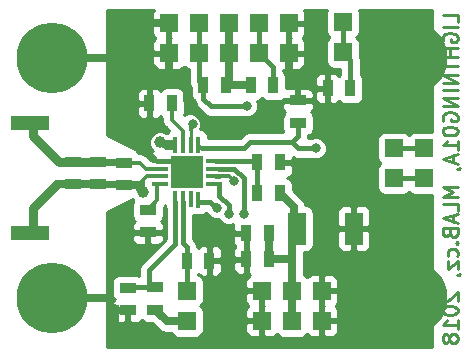
<source format=gbr>
%TF.GenerationSoftware,KiCad,Pcbnew,6.0.11+dfsg-1~bpo11+1*%
%TF.CreationDate,2023-05-26T10:03:09+00:00*%
%TF.ProjectId,LIGHTNING01,4c494748-544e-4494-9e47-30312e6b6963,01A*%
%TF.SameCoordinates,Original*%
%TF.FileFunction,Copper,L2,Bot*%
%TF.FilePolarity,Positive*%
%FSLAX46Y46*%
G04 Gerber Fmt 4.6, Leading zero omitted, Abs format (unit mm)*
G04 Created by KiCad (PCBNEW 6.0.11+dfsg-1~bpo11+1) date 2023-05-26 10:03:09*
%MOMM*%
%LPD*%
G01*
G04 APERTURE LIST*
%ADD10C,0.250000*%
%TA.AperFunction,NonConductor*%
%ADD11C,0.250000*%
%TD*%
%TA.AperFunction,ComponentPad*%
%ADD12C,6.000000*%
%TD*%
%TA.AperFunction,ComponentPad*%
%ADD13R,1.524000X1.524000*%
%TD*%
%TA.AperFunction,SMDPad,CuDef*%
%ADD14R,1.397000X0.889000*%
%TD*%
%TA.AperFunction,SMDPad,CuDef*%
%ADD15R,0.889000X1.397000*%
%TD*%
%TA.AperFunction,SMDPad,CuDef*%
%ADD16R,3.200000X1.300000*%
%TD*%
%TA.AperFunction,SMDPad,CuDef*%
%ADD17R,1.501140X2.700020*%
%TD*%
%TA.AperFunction,SMDPad,CuDef*%
%ADD18R,1.400000X0.400000*%
%TD*%
%TA.AperFunction,SMDPad,CuDef*%
%ADD19R,0.400000X1.400000*%
%TD*%
%TA.AperFunction,SMDPad,CuDef*%
%ADD20R,2.700000X2.700000*%
%TD*%
%TA.AperFunction,ViaPad*%
%ADD21C,1.000000*%
%TD*%
%TA.AperFunction,ViaPad*%
%ADD22C,0.800000*%
%TD*%
%TA.AperFunction,Conductor*%
%ADD23C,0.350000*%
%TD*%
%TA.AperFunction,Conductor*%
%ADD24C,0.700000*%
%TD*%
%TA.AperFunction,Conductor*%
%ADD25C,0.250000*%
%TD*%
%TA.AperFunction,Conductor*%
%ADD26C,0.400000*%
%TD*%
%TA.AperFunction,Conductor*%
%ADD27C,0.800000*%
%TD*%
%TA.AperFunction,Conductor*%
%ADD28C,0.300000*%
%TD*%
%TA.AperFunction,Conductor*%
%ADD29C,0.600000*%
%TD*%
%TA.AperFunction,Conductor*%
%ADD30C,0.450000*%
%TD*%
%TA.AperFunction,Conductor*%
%ADD31C,0.254000*%
%TD*%
G04 APERTURE END LIST*
D10*
D11*
X39450095Y28513810D02*
X39450095Y29109048D01*
X38150095Y29109048D01*
X39450095Y28097143D02*
X38150095Y28097143D01*
X38212000Y26847143D02*
X38150095Y26966191D01*
X38150095Y27144762D01*
X38212000Y27323334D01*
X38335809Y27442381D01*
X38459619Y27501905D01*
X38707238Y27561429D01*
X38892952Y27561429D01*
X39140571Y27501905D01*
X39264380Y27442381D01*
X39388190Y27323334D01*
X39450095Y27144762D01*
X39450095Y27025715D01*
X39388190Y26847143D01*
X39326285Y26787620D01*
X38892952Y26787620D01*
X38892952Y27025715D01*
X39450095Y26251905D02*
X38150095Y26251905D01*
X38769142Y26251905D02*
X38769142Y25537620D01*
X39450095Y25537620D02*
X38150095Y25537620D01*
X38150095Y25120953D02*
X38150095Y24406667D01*
X39450095Y24763810D02*
X38150095Y24763810D01*
X39450095Y23990000D02*
X38150095Y23990000D01*
X39450095Y23275715D01*
X38150095Y23275715D01*
X39450095Y22680477D02*
X38150095Y22680477D01*
X39450095Y22085239D02*
X38150095Y22085239D01*
X39450095Y21370953D01*
X38150095Y21370953D01*
X38212000Y20120953D02*
X38150095Y20240000D01*
X38150095Y20418572D01*
X38212000Y20597143D01*
X38335809Y20716191D01*
X38459619Y20775715D01*
X38707238Y20835239D01*
X38892952Y20835239D01*
X39140571Y20775715D01*
X39264380Y20716191D01*
X39388190Y20597143D01*
X39450095Y20418572D01*
X39450095Y20299524D01*
X39388190Y20120953D01*
X39326285Y20061429D01*
X38892952Y20061429D01*
X38892952Y20299524D01*
X38150095Y19287620D02*
X38150095Y19168572D01*
X38212000Y19049524D01*
X38273904Y18990000D01*
X38397714Y18930477D01*
X38645333Y18870953D01*
X38954857Y18870953D01*
X39202476Y18930477D01*
X39326285Y18990000D01*
X39388190Y19049524D01*
X39450095Y19168572D01*
X39450095Y19287620D01*
X39388190Y19406667D01*
X39326285Y19466191D01*
X39202476Y19525715D01*
X38954857Y19585239D01*
X38645333Y19585239D01*
X38397714Y19525715D01*
X38273904Y19466191D01*
X38212000Y19406667D01*
X38150095Y19287620D01*
X39450095Y17680477D02*
X39450095Y18394762D01*
X39450095Y18037620D02*
X38150095Y18037620D01*
X38335809Y18156667D01*
X38459619Y18275715D01*
X38521523Y18394762D01*
X39078666Y17204286D02*
X39078666Y16609048D01*
X39450095Y17323334D02*
X38150095Y16906667D01*
X39450095Y16490000D01*
X39388190Y16013810D02*
X39450095Y16013810D01*
X39573904Y16073334D01*
X39635809Y16132858D01*
X39450095Y14525715D02*
X38150095Y14525715D01*
X39078666Y14109048D01*
X38150095Y13692381D01*
X39450095Y13692381D01*
X39450095Y12501905D02*
X39450095Y13097143D01*
X38150095Y13097143D01*
X39078666Y12144762D02*
X39078666Y11549524D01*
X39450095Y12263810D02*
X38150095Y11847143D01*
X39450095Y11430477D01*
X38769142Y10597143D02*
X38831047Y10418572D01*
X38892952Y10359048D01*
X39016761Y10299524D01*
X39202476Y10299524D01*
X39326285Y10359048D01*
X39388190Y10418572D01*
X39450095Y10537620D01*
X39450095Y11013810D01*
X38150095Y11013810D01*
X38150095Y10597143D01*
X38212000Y10478096D01*
X38273904Y10418572D01*
X38397714Y10359048D01*
X38521523Y10359048D01*
X38645333Y10418572D01*
X38707238Y10478096D01*
X38769142Y10597143D01*
X38769142Y11013810D01*
X39326285Y9763810D02*
X39388190Y9704286D01*
X39450095Y9763810D01*
X39388190Y9823334D01*
X39326285Y9763810D01*
X39450095Y9763810D01*
X39388190Y8632858D02*
X39450095Y8751905D01*
X39450095Y8990001D01*
X39388190Y9109048D01*
X39326285Y9168572D01*
X39202476Y9228096D01*
X38831047Y9228096D01*
X38707238Y9168572D01*
X38645333Y9109048D01*
X38583428Y8990001D01*
X38583428Y8751905D01*
X38645333Y8632858D01*
X38583428Y8216191D02*
X38583428Y7561429D01*
X39450095Y8216191D01*
X39450095Y7561429D01*
X39388190Y7025715D02*
X39450095Y7025715D01*
X39573904Y7085239D01*
X39635809Y7144762D01*
X38273904Y5597143D02*
X38212000Y5537620D01*
X38150095Y5418572D01*
X38150095Y5120953D01*
X38212000Y5001905D01*
X38273904Y4942381D01*
X38397714Y4882858D01*
X38521523Y4882858D01*
X38707238Y4942381D01*
X39450095Y5656667D01*
X39450095Y4882858D01*
X38150095Y4109048D02*
X38150095Y3990001D01*
X38212000Y3870953D01*
X38273904Y3811429D01*
X38397714Y3751905D01*
X38645333Y3692381D01*
X38954857Y3692381D01*
X39202476Y3751905D01*
X39326285Y3811429D01*
X39388190Y3870953D01*
X39450095Y3990001D01*
X39450095Y4109048D01*
X39388190Y4228096D01*
X39326285Y4287620D01*
X39202476Y4347143D01*
X38954857Y4406667D01*
X38645333Y4406667D01*
X38397714Y4347143D01*
X38273904Y4287620D01*
X38212000Y4228096D01*
X38150095Y4109048D01*
X39450095Y2501905D02*
X39450095Y3216191D01*
X39450095Y2859048D02*
X38150095Y2859048D01*
X38335809Y2978096D01*
X38459619Y3097143D01*
X38521523Y3216191D01*
X38707238Y1787620D02*
X38645333Y1906667D01*
X38583428Y1966191D01*
X38459619Y2025715D01*
X38397714Y2025715D01*
X38273904Y1966191D01*
X38212000Y1906667D01*
X38150095Y1787620D01*
X38150095Y1549524D01*
X38212000Y1430477D01*
X38273904Y1370953D01*
X38397714Y1311429D01*
X38459619Y1311429D01*
X38583428Y1370953D01*
X38645333Y1430477D01*
X38707238Y1549524D01*
X38707238Y1787620D01*
X38769142Y1906667D01*
X38831047Y1966191D01*
X38954857Y2025715D01*
X39202476Y2025715D01*
X39326285Y1966191D01*
X39388190Y1906667D01*
X39450095Y1787620D01*
X39450095Y1549524D01*
X39388190Y1430477D01*
X39326285Y1370953D01*
X39202476Y1311429D01*
X38954857Y1311429D01*
X38831047Y1370953D01*
X38769142Y1430477D01*
X38707238Y1549524D01*
D12*
%TO.P,M3,1*%
%TO.N,GND*%
X35560000Y5080000D03*
%TD*%
%TO.P,M1,1*%
%TO.N,GND*%
X5080000Y25400000D03*
%TD*%
%TO.P,M2,1*%
%TO.N,GND*%
X5080000Y5080000D03*
%TD*%
%TO.P,M4,1*%
%TO.N,GND*%
X35560000Y25400000D03*
%TD*%
D13*
%TO.P,J1,1*%
%TO.N,/ADR0*%
X16510000Y5715000D03*
%TO.P,J1,2*%
%TO.N,VCC*%
X16510000Y3175000D03*
%TD*%
%TO.P,J3,1*%
%TO.N,/MISO*%
X29718000Y28448000D03*
%TO.P,J3,2*%
X29718000Y25908000D03*
%TD*%
%TO.P,J4,1*%
%TO.N,/SDA_MOSI*%
X22606000Y28391327D03*
%TO.P,J4,2*%
X22606000Y25851327D03*
%TD*%
%TO.P,J5,1*%
%TO.N,/SCL*%
X17526000Y28391327D03*
%TO.P,J5,2*%
X17526000Y25851327D03*
%TD*%
%TO.P,J6,1*%
%TO.N,/IRQ*%
X34036000Y15240000D03*
%TO.P,J6,2*%
X36576000Y15240000D03*
%TD*%
%TO.P,J10,1*%
%TO.N,GND*%
X27940000Y5715000D03*
%TO.P,J10,2*%
X27940000Y3175000D03*
%TO.P,J10,3*%
%TO.N,VCC*%
X25400000Y5715000D03*
%TO.P,J10,4*%
X25400000Y3175000D03*
%TO.P,J10,5*%
%TO.N,GND*%
X22860000Y5715000D03*
%TO.P,J10,6*%
X22860000Y3175000D03*
%TD*%
%TO.P,J8,1*%
%TO.N,GND*%
X25146000Y25851327D03*
%TO.P,J8,2*%
X25146000Y28391327D03*
%TD*%
%TO.P,J7,1*%
%TO.N,VCC*%
X20066000Y25851327D03*
%TO.P,J7,2*%
X20066000Y28391327D03*
%TD*%
%TO.P,J9,1*%
%TO.N,GND*%
X14986000Y25851327D03*
%TO.P,J9,2*%
X14986000Y28391327D03*
%TD*%
%TO.P,J2,1*%
%TO.N,/CS*%
X34036000Y17780000D03*
%TO.P,J2,2*%
X36576000Y17780000D03*
%TD*%
D14*
%TO.P,R2,1*%
%TO.N,GND*%
X11176000Y14668500D03*
%TO.P,R2,2*%
%TO.N,/IN+*%
X11176000Y16573500D03*
%TD*%
%TO.P,C3,1*%
%TO.N,GND*%
X13208000Y10668000D03*
%TO.P,C3,2*%
%TO.N,/ACG*%
X13208000Y12573000D03*
%TD*%
D15*
%TO.P,C6,1*%
%TO.N,VCC*%
X23431500Y8382000D03*
%TO.P,C6,2*%
%TO.N,GND*%
X21526500Y8382000D03*
%TD*%
%TO.P,R9,1*%
%TO.N,GND*%
X28448000Y22860000D03*
%TO.P,R9,2*%
%TO.N,/MISO*%
X30353000Y22860000D03*
%TD*%
%TO.P,R10,1*%
%TO.N,VCC*%
X21907500Y23114000D03*
%TO.P,R10,2*%
%TO.N,/SDA_MOSI*%
X23812500Y23114000D03*
%TD*%
D16*
%TO.P,L1,1*%
%TO.N,/IN+*%
X3238500Y19890000D03*
%TO.P,L1,2*%
%TO.N,GND*%
X3238500Y10590000D03*
%TD*%
D14*
%TO.P,C1,1*%
%TO.N,GND*%
X9017000Y14732000D03*
%TO.P,C1,2*%
%TO.N,/IN+*%
X9017000Y16637000D03*
%TD*%
%TO.P,C2,1*%
%TO.N,GND*%
X6858000Y14732000D03*
%TO.P,C2,2*%
%TO.N,/IN+*%
X6858000Y16637000D03*
%TD*%
D15*
%TO.P,C5,1*%
%TO.N,VCC*%
X23431500Y10604500D03*
%TO.P,C5,2*%
%TO.N,GND*%
X21526500Y10604500D03*
%TD*%
D17*
%TO.P,D1,1*%
%TO.N,VCC*%
X25844500Y10985500D03*
%TO.P,D1,2*%
%TO.N,GND*%
X30645100Y10985500D03*
%TD*%
D14*
%TO.P,R4,1*%
%TO.N,GND*%
X11493500Y4064000D03*
%TO.P,R4,2*%
%TO.N,/ADR1*%
X11493500Y5969000D03*
%TD*%
D15*
%TO.P,R5,1*%
%TO.N,VCC*%
X19812000Y23114000D03*
%TO.P,R5,2*%
%TO.N,/SCL*%
X17907000Y23114000D03*
%TD*%
%TO.P,R6,1*%
%TO.N,/SI*%
X22479000Y16598783D03*
%TO.P,R6,2*%
%TO.N,GND*%
X24384000Y16598783D03*
%TD*%
%TO.P,R7,1*%
%TO.N,VCC*%
X24384000Y13970000D03*
%TO.P,R7,2*%
%TO.N,/SI*%
X22479000Y13970000D03*
%TD*%
D14*
%TO.P,R3,1*%
%TO.N,/ADR1*%
X13843000Y6032500D03*
%TO.P,R3,2*%
%TO.N,VCC*%
X13843000Y4127500D03*
%TD*%
D15*
%TO.P,R1,1*%
%TO.N,/ADR0*%
X16510000Y8255000D03*
%TO.P,R1,2*%
%TO.N,GND*%
X18415000Y8255000D03*
%TD*%
D14*
%TO.P,R8,1*%
%TO.N,GND*%
X25908000Y21844000D03*
%TO.P,R8,2*%
%TO.N,/CS*%
X25908000Y19939000D03*
%TD*%
D18*
%TO.P,U1,1*%
%TO.N,/ACG*%
X14210000Y14773000D03*
%TO.P,U1,2*%
%TO.N,GND*%
X14210000Y15423000D03*
%TO.P,U1,3*%
%TO.N,/IN+*%
X14210000Y16073000D03*
%TO.P,U1,4*%
%TO.N,GND*%
X14210000Y16728000D03*
D19*
%TO.P,U1,5*%
%TO.N,VCC*%
X15535000Y18044000D03*
%TO.P,U1,6*%
%TO.N,Net-(C4-Pad2)*%
X16185000Y18044000D03*
%TO.P,U1,7*%
%TO.N,VCC*%
X16835000Y18044000D03*
%TO.P,U1,8*%
%TO.N,/CS*%
X17490000Y18048000D03*
D18*
%TO.P,U1,9*%
%TO.N,/SI*%
X18800000Y16728000D03*
%TO.P,U1,10*%
%TO.N,/IRQ*%
X18800000Y16073000D03*
%TO.P,U1,11*%
%TO.N,/SCL*%
X18800000Y15423000D03*
%TO.P,U1,12*%
%TO.N,/MISO*%
X18800000Y14768000D03*
D19*
%TO.P,U1,13*%
%TO.N,/SDA_MOSI*%
X17490000Y13448000D03*
%TO.P,U1,14*%
%TO.N,N/C*%
X16835000Y13452000D03*
%TO.P,U1,15*%
%TO.N,/ADR0*%
X16185000Y13452000D03*
%TO.P,U1,16*%
%TO.N,/ADR1*%
X15535000Y13452000D03*
D20*
%TO.P,U1,17*%
%TO.N,GND*%
X16510000Y15748000D03*
%TD*%
D15*
%TO.P,C4,1*%
%TO.N,GND*%
X13335000Y21590000D03*
%TO.P,C4,2*%
%TO.N,Net-(C4-Pad2)*%
X15240000Y21590000D03*
%TD*%
D21*
%TO.N,GND*%
X10414000Y1524000D03*
X18542000Y1524000D03*
X10414000Y4064000D03*
X24384000Y20574000D03*
D22*
X17272000Y16510000D03*
D21*
X11176000Y21844000D03*
X12700000Y17780000D03*
X33274000Y11430000D03*
X34544000Y20320000D03*
X36322000Y20320000D03*
X28194000Y13716000D03*
X10668000Y24638000D03*
X16962773Y21566673D03*
X18542000Y2794000D03*
X10668000Y28448000D03*
D22*
X16510000Y15748000D03*
D21*
X25908000Y23622000D03*
X30734000Y7366000D03*
X12827000Y14097000D03*
X11430000Y19812000D03*
X10668000Y26670000D03*
X12700000Y28448000D03*
X11938000Y23114000D03*
D22*
X15748000Y16510000D03*
D21*
X28194000Y8636000D03*
D22*
X15748000Y15049500D03*
D21*
%TO.N,VCC*%
X14224000Y18288000D03*
D22*
X17018000Y19812000D03*
%TO.N,/SCL*%
X21590000Y21336000D03*
X20493984Y14986000D03*
%TO.N,/CS*%
X27432000Y17780000D03*
%TO.N,/MISO*%
X20066000Y12192000D03*
%TO.N,/IRQ*%
X21336000Y12192000D03*
%TO.N,/SDA_MOSI*%
X19050000Y12700000D03*
%TD*%
D23*
%TO.N,GND*%
X12382500Y14668500D02*
X12524501Y14668500D01*
D24*
X9144000Y25400000D02*
X10160000Y25400000D01*
D25*
X15535000Y16723000D02*
X16510000Y15748000D01*
D26*
X13556990Y16923010D02*
X13760000Y16923010D01*
D24*
X9017000Y14732000D02*
X6858000Y14732000D01*
D27*
X3492500Y12700000D02*
X3492500Y10590000D01*
D23*
X12524501Y14668500D02*
X11176000Y14668500D01*
X12827000Y15113000D02*
X12382500Y14668500D01*
D24*
X18542000Y1524000D02*
X18542000Y2794000D01*
X12700000Y17780000D02*
X13556990Y16923010D01*
X5080000Y25400000D02*
X9144000Y25400000D01*
X33274000Y11430000D02*
X33274000Y9906000D01*
X14986000Y25851327D02*
X14986000Y24389327D01*
X10668000Y28448000D02*
X10668000Y26670000D01*
X12756673Y28391327D02*
X12700000Y28448000D01*
X12255500Y14668500D02*
X12827000Y14097000D01*
D28*
X12827000Y15113000D02*
X12827000Y14097000D01*
D24*
X6858000Y14732000D02*
X5524500Y14732000D01*
X25146000Y24384000D02*
X25908000Y23622000D01*
D26*
X14010000Y16723000D02*
X15535000Y16723000D01*
D24*
X28194000Y8636000D02*
X28194000Y13716000D01*
X16510000Y22865327D02*
X16510000Y21874002D01*
X11176000Y14668500D02*
X12255500Y14668500D01*
D23*
X13137000Y15423000D02*
X12827000Y15113000D01*
D24*
X33274000Y9906000D02*
X30734000Y7366000D01*
X14986000Y24389327D02*
X16510000Y22865327D01*
X9144000Y5080000D02*
X9906000Y5080000D01*
D27*
X5524500Y14732000D02*
X3492500Y12700000D01*
D24*
X34544000Y20320000D02*
X36322000Y20320000D01*
X12827000Y14097000D02*
X12524501Y14399499D01*
X12524501Y14399499D02*
X12524501Y14668500D01*
X16510000Y21874002D02*
X16817329Y21566673D01*
X16817329Y21566673D02*
X16962773Y21566673D01*
X11938000Y23114000D02*
X11938000Y22606000D01*
X11176000Y14668500D02*
X12382500Y14668500D01*
X10414000Y4064000D02*
X10414000Y1524000D01*
X25146000Y25851327D02*
X25146000Y24384000D01*
X14986000Y28391327D02*
X12756673Y28391327D01*
D23*
X13760000Y15423000D02*
X13137000Y15423000D01*
D24*
X5080000Y5080000D02*
X9144000Y5080000D01*
D29*
X10922000Y14732000D02*
X8509000Y14732000D01*
D24*
X11938000Y22606000D02*
X11176000Y21844000D01*
D23*
%TO.N,VCC*%
X14523999Y17988001D02*
X14686001Y17988001D01*
D24*
X25400000Y10020300D02*
X25539700Y10160000D01*
D23*
X17018000Y19741000D02*
X16835000Y19558000D01*
X15240000Y18199000D02*
X15509999Y18468999D01*
D24*
X16510000Y3175000D02*
X14795500Y3175000D01*
X23431500Y8382000D02*
X23431500Y10604500D01*
X21907500Y23114000D02*
X19812000Y23114000D01*
D28*
X14537501Y17988001D02*
X14583500Y18034000D01*
D24*
X25539700Y12814300D02*
X24384000Y13970000D01*
D23*
X16835000Y19629000D02*
X17018000Y19812000D01*
D25*
X16835000Y18494000D02*
X16835000Y19304000D01*
D24*
X25400000Y3175000D02*
X25400000Y5715000D01*
D23*
X14224000Y18288000D02*
X14732000Y17780000D01*
X17018000Y19812000D02*
X17018000Y19741000D01*
X14732000Y18034000D02*
X14583500Y18034000D01*
D24*
X25400000Y5715000D02*
X25400000Y8382000D01*
X23431500Y8382000D02*
X24576000Y8382000D01*
D28*
X14523999Y17988001D02*
X14537501Y17988001D01*
D23*
X16835000Y19304000D02*
X16835000Y19629000D01*
X14686001Y17988001D02*
X14732000Y18034000D01*
X14224000Y18288000D02*
X14523999Y17988001D01*
X15240000Y17780000D02*
X15240000Y18199000D01*
D24*
X20066000Y25851327D02*
X20066000Y23368000D01*
X25539700Y10160000D02*
X25539700Y12814300D01*
D25*
X16835000Y19558000D02*
X16835000Y19629000D01*
D24*
X25400000Y8382000D02*
X25400000Y10020300D01*
D23*
X15303999Y18288000D02*
X15509999Y18494000D01*
D24*
X14795500Y3175000D02*
X13843000Y4127500D01*
D23*
X14732000Y18034000D02*
X15430500Y18034000D01*
D25*
X16835000Y19304000D02*
X16835000Y19558000D01*
D23*
X15509999Y18468999D02*
X15509999Y18494000D01*
D24*
X20066000Y28391327D02*
X20066000Y25851327D01*
D23*
X14732000Y17780000D02*
X15240000Y17780000D01*
D24*
X24576000Y8382000D02*
X25400000Y8382000D01*
D23*
X14224000Y18288000D02*
X15303999Y18288000D01*
D28*
%TO.N,/ACG*%
X14010000Y14773000D02*
X14010000Y13375000D01*
X14010000Y13375000D02*
X13208000Y12573000D01*
D30*
%TO.N,/SCL*%
X18536500Y21336000D02*
X21590000Y21336000D01*
X17907000Y21965500D02*
X18536500Y21336000D01*
X17526000Y28391327D02*
X17526000Y25851327D01*
D23*
X20056984Y15423000D02*
X20493984Y14986000D01*
X19250000Y15423000D02*
X20056984Y15423000D01*
D30*
X17907000Y23114000D02*
X17907000Y21965500D01*
D26*
X19010000Y15423000D02*
X19203542Y15423000D01*
D30*
X17526000Y23495000D02*
X17907000Y23114000D01*
X17526000Y25851327D02*
X17526000Y23495000D01*
%TO.N,/SI*%
X22270501Y16598783D02*
X22146284Y16723000D01*
X22479000Y16598783D02*
X22479000Y13970000D01*
D26*
X22146284Y16723000D02*
X19010000Y16723000D01*
D25*
%TO.N,/CS*%
X17485000Y18075000D02*
X17780000Y17780000D01*
D30*
X25400000Y18288000D02*
X21844000Y18288000D01*
X21844000Y18288000D02*
X21336000Y17780000D01*
X27432000Y17780000D02*
X25908000Y17780000D01*
X25908000Y19939000D02*
X25908000Y18796000D01*
D25*
X17485000Y18244000D02*
X17485000Y18075000D01*
D30*
X25908000Y17780000D02*
X25400000Y18288000D01*
X21336000Y17780000D02*
X17780000Y17780000D01*
X36576000Y17780000D02*
X34036000Y17780000D01*
X25908000Y18796000D02*
X25400000Y18288000D01*
%TO.N,/MISO*%
X19250000Y13786998D02*
X20066000Y12970998D01*
X19250000Y14768000D02*
X19250000Y13786998D01*
X30353000Y25273000D02*
X29718000Y25908000D01*
X29718000Y25908000D02*
X29718000Y28448000D01*
X30353000Y22860000D02*
X30353000Y25273000D01*
X20066000Y12970998D02*
X20066000Y12192000D01*
%TO.N,/IRQ*%
X21336000Y14139084D02*
X21336000Y12192000D01*
D26*
X19250000Y16073000D02*
X20503000Y16073000D01*
D30*
X20503000Y16073000D02*
X21336000Y15240000D01*
X21336000Y15240000D02*
X21336000Y14139084D01*
X36576000Y15240000D02*
X34036000Y15240000D01*
%TO.N,/SDA_MOSI*%
X23812500Y24644827D02*
X22606000Y25851327D01*
X18498000Y13252000D02*
X19050000Y12700000D01*
X17485000Y13252000D02*
X18498000Y13252000D01*
X23812500Y23114000D02*
X23812500Y24644827D01*
X22606000Y28391327D02*
X22606000Y25851327D01*
%TO.N,/ADR1*%
X13335000Y7493000D02*
X13335000Y6032500D01*
D26*
X15535000Y13252000D02*
X15535000Y9693000D01*
D30*
X15535000Y9693000D02*
X13335000Y7493000D01*
X13843000Y6032500D02*
X11557000Y6032500D01*
X11557000Y6032500D02*
X11493500Y5969000D01*
D23*
%TO.N,/IN+*%
X13010000Y16073000D02*
X12509500Y16573500D01*
D27*
X5645500Y16637000D02*
X3492500Y18790000D01*
D30*
X6858000Y16637000D02*
X8001000Y16637000D01*
D27*
X3492500Y18790000D02*
X3492500Y19890000D01*
X8001000Y16637000D02*
X5645500Y16637000D01*
D23*
X13760000Y16073000D02*
X13010000Y16073000D01*
D29*
X10922000Y16637000D02*
X8509000Y16637000D01*
D27*
X8509000Y16637000D02*
X8001000Y16637000D01*
D23*
X12509500Y16573500D02*
X11176000Y16573500D01*
D30*
%TO.N,/ADR0*%
X16185000Y9728500D02*
X16510000Y9403500D01*
D26*
X16185000Y13252000D02*
X16185000Y9728500D01*
D30*
X16510000Y9403500D02*
X16510000Y8255000D01*
X16510000Y5715000D02*
X16510000Y8255000D01*
D23*
%TO.N,Net-(C4-Pad2)*%
X15240000Y20541500D02*
X15240000Y21590000D01*
X16185000Y19243998D02*
X15240000Y20188998D01*
X16185000Y18494000D02*
X16185000Y19243998D01*
X15240000Y20188998D02*
X15240000Y20541500D01*
%TD*%
%TO.N,GND*%
D31*
X13685673Y29513025D02*
X13589000Y29279636D01*
X13589000Y28677077D01*
X13747750Y28518327D01*
X14859000Y28518327D01*
X14859000Y28538327D01*
X15113000Y28538327D01*
X15113000Y28518327D01*
X15133000Y28518327D01*
X15133000Y28264327D01*
X15113000Y28264327D01*
X15113000Y27153077D01*
X15144750Y27121327D01*
X15113000Y27089577D01*
X15113000Y25978327D01*
X15133000Y25978327D01*
X15133000Y25724327D01*
X15113000Y25724327D01*
X15113000Y24613077D01*
X15271750Y24454327D01*
X15874310Y24454327D01*
X16107699Y24551000D01*
X16258937Y24702239D01*
X16306191Y24631518D01*
X16516235Y24491170D01*
X16666001Y24461380D01*
X16666001Y23579700D01*
X16649153Y23495000D01*
X16666001Y23410299D01*
X16708091Y23198700D01*
X16715899Y23159445D01*
X16815060Y23011040D01*
X16815060Y22415500D01*
X16864343Y22167735D01*
X17004691Y21957691D01*
X17035847Y21936873D01*
X17096899Y21629945D01*
X17238996Y21417281D01*
X17238998Y21417279D01*
X17286976Y21345475D01*
X17358779Y21297497D01*
X17868497Y20787779D01*
X17916475Y20715975D01*
X17988279Y20667997D01*
X17988280Y20667996D01*
X18035877Y20636193D01*
X18200945Y20525898D01*
X18451799Y20476000D01*
X18451803Y20476000D01*
X18536499Y20459153D01*
X18621195Y20476000D01*
X21222951Y20476000D01*
X21404017Y20401000D01*
X21775983Y20401000D01*
X22119635Y20543345D01*
X22382655Y20806365D01*
X22525000Y21150017D01*
X22525000Y21521983D01*
X22417662Y21781121D01*
X22599765Y21817343D01*
X22809809Y21957691D01*
X22860000Y22032807D01*
X22910191Y21957691D01*
X23120235Y21817343D01*
X23368000Y21768060D01*
X24257000Y21768060D01*
X24504765Y21817343D01*
X24714809Y21957691D01*
X24727526Y21976724D01*
X24733250Y21971000D01*
X25781000Y21971000D01*
X25781000Y22764750D01*
X26035000Y22764750D01*
X26035000Y21971000D01*
X27082750Y21971000D01*
X27241500Y22129750D01*
X27241500Y22414809D01*
X27175458Y22574250D01*
X27368500Y22574250D01*
X27368500Y22035190D01*
X27465173Y21801801D01*
X27643802Y21623173D01*
X27877191Y21526500D01*
X28162250Y21526500D01*
X28321000Y21685250D01*
X28321000Y22733000D01*
X27527250Y22733000D01*
X27368500Y22574250D01*
X27175458Y22574250D01*
X27144827Y22648198D01*
X26966199Y22826827D01*
X26732810Y22923500D01*
X26193750Y22923500D01*
X26035000Y22764750D01*
X25781000Y22764750D01*
X25622250Y22923500D01*
X25083190Y22923500D01*
X24904440Y22849459D01*
X24904440Y23684810D01*
X27368500Y23684810D01*
X27368500Y23145750D01*
X27527250Y22987000D01*
X28321000Y22987000D01*
X28321000Y24034750D01*
X28162250Y24193500D01*
X27877191Y24193500D01*
X27643802Y24096827D01*
X27465173Y23918199D01*
X27368500Y23684810D01*
X24904440Y23684810D01*
X24904440Y23812500D01*
X24855157Y24060265D01*
X24714809Y24270309D01*
X24672500Y24298579D01*
X24672500Y24454327D01*
X24860250Y24454327D01*
X25019000Y24613077D01*
X25019000Y25724327D01*
X25273000Y25724327D01*
X25273000Y24613077D01*
X25431750Y24454327D01*
X26034310Y24454327D01*
X26267699Y24551000D01*
X26446327Y24729629D01*
X26543000Y24963018D01*
X26543000Y25565577D01*
X26384250Y25724327D01*
X25273000Y25724327D01*
X25019000Y25724327D01*
X24999000Y25724327D01*
X24999000Y25978327D01*
X25019000Y25978327D01*
X25019000Y27089577D01*
X24987250Y27121327D01*
X25019000Y27153077D01*
X25019000Y28264327D01*
X25273000Y28264327D01*
X25273000Y27153077D01*
X25304750Y27121327D01*
X25273000Y27089577D01*
X25273000Y25978327D01*
X26384250Y25978327D01*
X26543000Y26137077D01*
X26543000Y26739636D01*
X26446327Y26973025D01*
X26298026Y27121327D01*
X26446327Y27269629D01*
X26543000Y27503018D01*
X26543000Y28105577D01*
X26384250Y28264327D01*
X25273000Y28264327D01*
X25019000Y28264327D01*
X24999000Y28264327D01*
X24999000Y28518327D01*
X25019000Y28518327D01*
X25019000Y28538327D01*
X25273000Y28538327D01*
X25273000Y28518327D01*
X26384250Y28518327D01*
X26543000Y28677077D01*
X26543000Y29279636D01*
X26446327Y29513025D01*
X26443352Y29516000D01*
X28396755Y29516000D01*
X28357843Y29457765D01*
X28308560Y29210000D01*
X28308560Y27686000D01*
X28357843Y27438235D01*
X28498191Y27228191D01*
X28573307Y27178000D01*
X28498191Y27127809D01*
X28357843Y26917765D01*
X28308560Y26670000D01*
X28308560Y25146000D01*
X28357843Y24898235D01*
X28498191Y24688191D01*
X28708235Y24547843D01*
X28956000Y24498560D01*
X29493001Y24498560D01*
X29493000Y24044580D01*
X29450691Y24016309D01*
X29403437Y23945589D01*
X29252198Y24096827D01*
X29018809Y24193500D01*
X28733750Y24193500D01*
X28575000Y24034750D01*
X28575000Y22987000D01*
X28595000Y22987000D01*
X28595000Y22733000D01*
X28575000Y22733000D01*
X28575000Y21685250D01*
X28733750Y21526500D01*
X29018809Y21526500D01*
X29252198Y21623173D01*
X29403437Y21774411D01*
X29450691Y21703691D01*
X29660735Y21563343D01*
X29908500Y21514060D01*
X30797500Y21514060D01*
X31045265Y21563343D01*
X31255309Y21703691D01*
X31395657Y21913735D01*
X31444940Y22161500D01*
X31444940Y23558500D01*
X31395657Y23806265D01*
X31255309Y24016309D01*
X31213000Y24044579D01*
X31213000Y25188299D01*
X31229848Y25273000D01*
X31163102Y25608556D01*
X31127440Y25661928D01*
X31127440Y26670000D01*
X31078157Y26917765D01*
X30937809Y27127809D01*
X30862693Y27178000D01*
X30937809Y27228191D01*
X31078157Y27438235D01*
X31127440Y27686000D01*
X31127440Y29210000D01*
X31078157Y29457765D01*
X31039245Y29516000D01*
X37228500Y29516000D01*
X37228500Y19189440D01*
X35814000Y19189440D01*
X35566235Y19140157D01*
X35356191Y18999809D01*
X35306000Y18924693D01*
X35255809Y18999809D01*
X35045765Y19140157D01*
X34798000Y19189440D01*
X33274000Y19189440D01*
X33026235Y19140157D01*
X32816191Y18999809D01*
X32675843Y18789765D01*
X32626560Y18542000D01*
X32626560Y17018000D01*
X32675843Y16770235D01*
X32816191Y16560191D01*
X32891307Y16510000D01*
X32816191Y16459809D01*
X32675843Y16249765D01*
X32626560Y16002000D01*
X32626560Y14478000D01*
X32675843Y14230235D01*
X32816191Y14020191D01*
X33026235Y13879843D01*
X33274000Y13830560D01*
X34798000Y13830560D01*
X35045765Y13879843D01*
X35255809Y14020191D01*
X35306000Y14095307D01*
X35356191Y14020191D01*
X35566235Y13879843D01*
X35814000Y13830560D01*
X37228500Y13830560D01*
X37228500Y964000D01*
X9779000Y964000D01*
X9779000Y3778250D01*
X10160000Y3778250D01*
X10160000Y3493191D01*
X10256673Y3259802D01*
X10435301Y3081173D01*
X10668690Y2984500D01*
X11207750Y2984500D01*
X11366500Y3143250D01*
X11366500Y3937000D01*
X10318750Y3937000D01*
X10160000Y3778250D01*
X9779000Y3778250D01*
X9779000Y10382250D01*
X11874500Y10382250D01*
X11874500Y10097191D01*
X11971173Y9863802D01*
X12149801Y9685173D01*
X12383190Y9588500D01*
X12922250Y9588500D01*
X13081000Y9747250D01*
X13081000Y10541000D01*
X13335000Y10541000D01*
X13335000Y9747250D01*
X13493750Y9588500D01*
X14032810Y9588500D01*
X14266199Y9685173D01*
X14444827Y9863802D01*
X14541500Y10097191D01*
X14541500Y10382250D01*
X14382750Y10541000D01*
X13335000Y10541000D01*
X13081000Y10541000D01*
X12033250Y10541000D01*
X11874500Y10382250D01*
X9779000Y10382250D01*
X9779000Y12367510D01*
X11950094Y13453057D01*
X11943079Y13312761D01*
X11911343Y13265265D01*
X11862060Y13017500D01*
X11862060Y12128500D01*
X11911343Y11880735D01*
X12051691Y11670691D01*
X12122411Y11623437D01*
X11971173Y11472198D01*
X11874500Y11238809D01*
X11874500Y10953750D01*
X12033250Y10795000D01*
X13081000Y10795000D01*
X13081000Y10815000D01*
X13335000Y10815000D01*
X13335000Y10795000D01*
X14382750Y10795000D01*
X14541500Y10953750D01*
X14541500Y11238809D01*
X14444827Y11472198D01*
X14293589Y11623437D01*
X14364309Y11670691D01*
X14504657Y11880735D01*
X14553940Y12128500D01*
X14553940Y12794338D01*
X14575953Y12809047D01*
X14619747Y12874589D01*
X14619749Y12874591D01*
X14683840Y12970510D01*
X14687560Y12976078D01*
X14687560Y12752000D01*
X14700000Y12689458D01*
X14700001Y10074225D01*
X12786782Y8161005D01*
X12714975Y8113025D01*
X12524898Y7828554D01*
X12475000Y7577700D01*
X12475000Y7577696D01*
X12458153Y7493000D01*
X12475000Y7408304D01*
X12475000Y6988113D01*
X12439765Y7011657D01*
X12192000Y7060940D01*
X10795000Y7060940D01*
X10547235Y7011657D01*
X10337191Y6871309D01*
X10196843Y6661265D01*
X10147560Y6413500D01*
X10147560Y5524500D01*
X10196843Y5276735D01*
X10337191Y5066691D01*
X10407911Y5019437D01*
X10256673Y4868198D01*
X10160000Y4634809D01*
X10160000Y4349750D01*
X10318750Y4191000D01*
X11366500Y4191000D01*
X11366500Y4211000D01*
X11620500Y4211000D01*
X11620500Y4191000D01*
X11640500Y4191000D01*
X11640500Y3937000D01*
X11620500Y3937000D01*
X11620500Y3143250D01*
X11779250Y2984500D01*
X12318310Y2984500D01*
X12551699Y3081173D01*
X12692101Y3221576D01*
X12896735Y3084843D01*
X13144500Y3035560D01*
X13541940Y3035560D01*
X14030402Y2547098D01*
X14085355Y2464855D01*
X14411172Y2247151D01*
X14698488Y2190000D01*
X14698492Y2190000D01*
X14795499Y2170704D01*
X14892506Y2190000D01*
X15144917Y2190000D01*
X15149843Y2165235D01*
X15290191Y1955191D01*
X15500235Y1814843D01*
X15748000Y1765560D01*
X17272000Y1765560D01*
X17519765Y1814843D01*
X17729809Y1955191D01*
X17870157Y2165235D01*
X17919440Y2413000D01*
X17919440Y2889250D01*
X21463000Y2889250D01*
X21463000Y2286691D01*
X21559673Y2053302D01*
X21738301Y1874673D01*
X21971690Y1778000D01*
X22574250Y1778000D01*
X22733000Y1936750D01*
X22733000Y3048000D01*
X21621750Y3048000D01*
X21463000Y2889250D01*
X17919440Y2889250D01*
X17919440Y3937000D01*
X17870157Y4184765D01*
X17729809Y4394809D01*
X17654693Y4445000D01*
X17729809Y4495191D01*
X17870157Y4705235D01*
X17919440Y4953000D01*
X17919440Y5429250D01*
X21463000Y5429250D01*
X21463000Y4826691D01*
X21559673Y4593302D01*
X21707974Y4445000D01*
X21559673Y4296698D01*
X21463000Y4063309D01*
X21463000Y3460750D01*
X21621750Y3302000D01*
X22733000Y3302000D01*
X22733000Y4413250D01*
X22701250Y4445000D01*
X22733000Y4476750D01*
X22733000Y5588000D01*
X21621750Y5588000D01*
X21463000Y5429250D01*
X17919440Y5429250D01*
X17919440Y6477000D01*
X17870157Y6724765D01*
X17729809Y6934809D01*
X17519765Y7075157D01*
X17409818Y7097027D01*
X17412309Y7098691D01*
X17459563Y7169411D01*
X17610802Y7018173D01*
X17844191Y6921500D01*
X18129250Y6921500D01*
X18288000Y7080250D01*
X18288000Y8128000D01*
X18542000Y8128000D01*
X18542000Y7080250D01*
X18700750Y6921500D01*
X18985809Y6921500D01*
X19219198Y7018173D01*
X19397827Y7196801D01*
X19494500Y7430190D01*
X19494500Y7969250D01*
X19367500Y8096250D01*
X20447000Y8096250D01*
X20447000Y7557190D01*
X20543673Y7323801D01*
X20722302Y7145173D01*
X20955691Y7048500D01*
X21240750Y7048500D01*
X21399500Y7207250D01*
X21399500Y8255000D01*
X20605750Y8255000D01*
X20447000Y8096250D01*
X19367500Y8096250D01*
X19335750Y8128000D01*
X18542000Y8128000D01*
X18288000Y8128000D01*
X18268000Y8128000D01*
X18268000Y8382000D01*
X18288000Y8382000D01*
X18288000Y9429750D01*
X18542000Y9429750D01*
X18542000Y8382000D01*
X19335750Y8382000D01*
X19494500Y8540750D01*
X19494500Y9079810D01*
X19397827Y9313199D01*
X19219198Y9491827D01*
X18985809Y9588500D01*
X18700750Y9588500D01*
X18542000Y9429750D01*
X18288000Y9429750D01*
X18129250Y9588500D01*
X17844191Y9588500D01*
X17610802Y9491827D01*
X17459563Y9340589D01*
X17412309Y9411309D01*
X17381153Y9432127D01*
X17370000Y9488196D01*
X17370000Y9488201D01*
X17320102Y9739055D01*
X17130025Y10023525D01*
X17058219Y10071504D01*
X17020000Y10109723D01*
X17020000Y10318750D01*
X20447000Y10318750D01*
X20447000Y9779690D01*
X20543673Y9546301D01*
X20596724Y9493250D01*
X20543673Y9440199D01*
X20447000Y9206810D01*
X20447000Y8667750D01*
X20605750Y8509000D01*
X21399500Y8509000D01*
X21399500Y10477500D01*
X20605750Y10477500D01*
X20447000Y10318750D01*
X17020000Y10318750D01*
X17020000Y12104560D01*
X17035000Y12104560D01*
X17152445Y12127921D01*
X17290000Y12100560D01*
X17690000Y12100560D01*
X17937765Y12149843D01*
X18147809Y12290191D01*
X18184788Y12345534D01*
X18257345Y12170365D01*
X18520365Y11907345D01*
X18864017Y11765000D01*
X19230832Y11765000D01*
X19273345Y11662365D01*
X19536365Y11399345D01*
X19880017Y11257000D01*
X20251983Y11257000D01*
X20447000Y11337779D01*
X20447000Y10890250D01*
X20605750Y10731500D01*
X21399500Y10731500D01*
X21399500Y10751500D01*
X21653500Y10751500D01*
X21653500Y10731500D01*
X21673500Y10731500D01*
X21673500Y10477500D01*
X21653500Y10477500D01*
X21653500Y8509000D01*
X21673500Y8509000D01*
X21673500Y8255000D01*
X21653500Y8255000D01*
X21653500Y7207250D01*
X21812250Y7048500D01*
X21818388Y7048500D01*
X21738301Y7015327D01*
X21559673Y6836698D01*
X21463000Y6603309D01*
X21463000Y6000750D01*
X21621750Y5842000D01*
X22733000Y5842000D01*
X22733000Y5862000D01*
X22987000Y5862000D01*
X22987000Y5842000D01*
X23007000Y5842000D01*
X23007000Y5588000D01*
X22987000Y5588000D01*
X22987000Y4476750D01*
X23018750Y4445000D01*
X22987000Y4413250D01*
X22987000Y3302000D01*
X23007000Y3302000D01*
X23007000Y3048000D01*
X22987000Y3048000D01*
X22987000Y1936750D01*
X23145750Y1778000D01*
X23748310Y1778000D01*
X23981699Y1874673D01*
X24132937Y2025912D01*
X24180191Y1955191D01*
X24390235Y1814843D01*
X24638000Y1765560D01*
X26162000Y1765560D01*
X26409765Y1814843D01*
X26619809Y1955191D01*
X26667063Y2025912D01*
X26818301Y1874673D01*
X27051690Y1778000D01*
X27654250Y1778000D01*
X27813000Y1936750D01*
X27813000Y3048000D01*
X28067000Y3048000D01*
X28067000Y1936750D01*
X28225750Y1778000D01*
X28828310Y1778000D01*
X29061699Y1874673D01*
X29240327Y2053302D01*
X29337000Y2286691D01*
X29337000Y2889250D01*
X29178250Y3048000D01*
X28067000Y3048000D01*
X27813000Y3048000D01*
X27793000Y3048000D01*
X27793000Y3302000D01*
X27813000Y3302000D01*
X27813000Y4413250D01*
X27781250Y4445000D01*
X27813000Y4476750D01*
X27813000Y5588000D01*
X28067000Y5588000D01*
X28067000Y4476750D01*
X28098750Y4445000D01*
X28067000Y4413250D01*
X28067000Y3302000D01*
X29178250Y3302000D01*
X29337000Y3460750D01*
X29337000Y4063309D01*
X29240327Y4296698D01*
X29092026Y4445000D01*
X29240327Y4593302D01*
X29337000Y4826691D01*
X29337000Y5429250D01*
X29178250Y5588000D01*
X28067000Y5588000D01*
X27813000Y5588000D01*
X27793000Y5588000D01*
X27793000Y5842000D01*
X27813000Y5842000D01*
X27813000Y6953250D01*
X28067000Y6953250D01*
X28067000Y5842000D01*
X29178250Y5842000D01*
X29337000Y6000750D01*
X29337000Y6603309D01*
X29240327Y6836698D01*
X29061699Y7015327D01*
X28828310Y7112000D01*
X28225750Y7112000D01*
X28067000Y6953250D01*
X27813000Y6953250D01*
X27654250Y7112000D01*
X27051690Y7112000D01*
X26818301Y7015327D01*
X26667063Y6864088D01*
X26619809Y6934809D01*
X26409765Y7075157D01*
X26385000Y7080083D01*
X26385000Y8284989D01*
X26404297Y8382000D01*
X26385000Y8479012D01*
X26385000Y8988050D01*
X26595070Y8988050D01*
X26842835Y9037333D01*
X27052879Y9177681D01*
X27193227Y9387725D01*
X27242510Y9635490D01*
X27242510Y10699750D01*
X29259530Y10699750D01*
X29259530Y9509180D01*
X29356203Y9275791D01*
X29534832Y9097163D01*
X29768221Y9000490D01*
X30359350Y9000490D01*
X30518100Y9159240D01*
X30518100Y10858500D01*
X30772100Y10858500D01*
X30772100Y9159240D01*
X30930850Y9000490D01*
X31521979Y9000490D01*
X31755368Y9097163D01*
X31933997Y9275791D01*
X32030670Y9509180D01*
X32030670Y10699750D01*
X31871920Y10858500D01*
X30772100Y10858500D01*
X30518100Y10858500D01*
X29418280Y10858500D01*
X29259530Y10699750D01*
X27242510Y10699750D01*
X27242510Y12335510D01*
X27217386Y12461820D01*
X29259530Y12461820D01*
X29259530Y11271250D01*
X29418280Y11112500D01*
X30518100Y11112500D01*
X30518100Y12811760D01*
X30772100Y12811760D01*
X30772100Y11112500D01*
X31871920Y11112500D01*
X32030670Y11271250D01*
X32030670Y12461820D01*
X31933997Y12695209D01*
X31755368Y12873837D01*
X31521979Y12970510D01*
X30930850Y12970510D01*
X30772100Y12811760D01*
X30518100Y12811760D01*
X30359350Y12970510D01*
X29768221Y12970510D01*
X29534832Y12873837D01*
X29356203Y12695209D01*
X29259530Y12461820D01*
X27217386Y12461820D01*
X27193227Y12583275D01*
X27052879Y12793319D01*
X26842835Y12933667D01*
X26595070Y12982950D01*
X26510450Y12982950D01*
X26467549Y13198628D01*
X26431887Y13252000D01*
X26304798Y13442203D01*
X26304796Y13442205D01*
X26249845Y13524445D01*
X26167605Y13579396D01*
X25475940Y14271060D01*
X25475940Y14668500D01*
X25426657Y14916265D01*
X25286309Y15126309D01*
X25076265Y15266657D01*
X24996453Y15282532D01*
X25188198Y15361956D01*
X25366827Y15540584D01*
X25463500Y15773973D01*
X25463500Y16313033D01*
X25304750Y16471783D01*
X24511000Y16471783D01*
X24511000Y16451783D01*
X24257000Y16451783D01*
X24257000Y16471783D01*
X24237000Y16471783D01*
X24237000Y16725783D01*
X24257000Y16725783D01*
X24257000Y16745783D01*
X24511000Y16745783D01*
X24511000Y16725783D01*
X25304750Y16725783D01*
X25463500Y16884533D01*
X25463500Y17042693D01*
X25572445Y16969898D01*
X25823299Y16920000D01*
X25823303Y16920000D01*
X25907999Y16903153D01*
X25992695Y16920000D01*
X27064951Y16920000D01*
X27246017Y16845000D01*
X27617983Y16845000D01*
X27961635Y16987345D01*
X28224655Y17250365D01*
X28367000Y17594017D01*
X28367000Y17965983D01*
X28224655Y18309635D01*
X27961635Y18572655D01*
X27617983Y18715000D01*
X27246017Y18715000D01*
X27064951Y18640000D01*
X26753818Y18640000D01*
X26768000Y18711299D01*
X26768000Y18711303D01*
X26784847Y18795999D01*
X26768289Y18879242D01*
X26854265Y18896343D01*
X27064309Y19036691D01*
X27204657Y19246735D01*
X27253940Y19494500D01*
X27253940Y20383500D01*
X27204657Y20631265D01*
X27064309Y20841309D01*
X26993589Y20888563D01*
X27144827Y21039802D01*
X27241500Y21273191D01*
X27241500Y21558250D01*
X27082750Y21717000D01*
X26035000Y21717000D01*
X26035000Y21697000D01*
X25781000Y21697000D01*
X25781000Y21717000D01*
X24733250Y21717000D01*
X24574500Y21558250D01*
X24574500Y21273191D01*
X24671173Y21039802D01*
X24822411Y20888563D01*
X24751691Y20841309D01*
X24611343Y20631265D01*
X24562060Y20383500D01*
X24562060Y19494500D01*
X24611343Y19246735D01*
X24677316Y19148000D01*
X21928695Y19148000D01*
X21843999Y19164847D01*
X21759303Y19148000D01*
X21759299Y19148000D01*
X21508445Y19098102D01*
X21223975Y18908025D01*
X21175996Y18836219D01*
X20979777Y18640000D01*
X18337440Y18640000D01*
X18337440Y18748000D01*
X18288157Y18995765D01*
X18147809Y19205809D01*
X17937765Y19346157D01*
X17690000Y19395440D01*
X17645000Y19395440D01*
X17645000Y19495649D01*
X17699000Y19626017D01*
X17699000Y19997983D01*
X17556655Y20341635D01*
X17293635Y20604655D01*
X16949983Y20747000D01*
X16578017Y20747000D01*
X16265032Y20617358D01*
X16282657Y20643735D01*
X16331940Y20891500D01*
X16331940Y22288500D01*
X16282657Y22536265D01*
X16142309Y22746309D01*
X15932265Y22886657D01*
X15684500Y22935940D01*
X14795500Y22935940D01*
X14547735Y22886657D01*
X14337691Y22746309D01*
X14290437Y22675589D01*
X14139198Y22826827D01*
X13905809Y22923500D01*
X13620750Y22923500D01*
X13462000Y22764750D01*
X13462000Y21717000D01*
X13482000Y21717000D01*
X13482000Y21463000D01*
X13462000Y21463000D01*
X13462000Y20415250D01*
X13620750Y20256500D01*
X13905809Y20256500D01*
X14139198Y20353173D01*
X14290437Y20504411D01*
X14337691Y20433691D01*
X14430000Y20372012D01*
X14430000Y20268771D01*
X14414132Y20188998D01*
X14430000Y20109225D01*
X14476997Y19872953D01*
X14656023Y19605021D01*
X14723656Y19559830D01*
X14999771Y19283715D01*
X14877191Y19201809D01*
X14807828Y19098000D01*
X14711760Y19098000D01*
X14409983Y19223000D01*
X14038017Y19223000D01*
X13694365Y19080655D01*
X13431345Y18817635D01*
X13289000Y18473983D01*
X13289000Y18102017D01*
X13431345Y17758365D01*
X13626710Y17563000D01*
X13383691Y17563000D01*
X13150302Y17466327D01*
X12971673Y17287699D01*
X12955830Y17249450D01*
X12825546Y17336503D01*
X12589274Y17383500D01*
X12589273Y17383500D01*
X12509500Y17399368D01*
X12429727Y17383500D01*
X12393988Y17383500D01*
X12332309Y17475809D01*
X12319000Y17484702D01*
X12319000Y17526000D01*
X12312483Y17566161D01*
X12287943Y17609211D01*
X12248796Y17639592D01*
X9779000Y18874490D01*
X9779000Y21304250D01*
X12255500Y21304250D01*
X12255500Y20765190D01*
X12352173Y20531801D01*
X12530802Y20353173D01*
X12764191Y20256500D01*
X13049250Y20256500D01*
X13208000Y20415250D01*
X13208000Y21463000D01*
X12414250Y21463000D01*
X12255500Y21304250D01*
X9779000Y21304250D01*
X9779000Y22414810D01*
X12255500Y22414810D01*
X12255500Y21875750D01*
X12414250Y21717000D01*
X13208000Y21717000D01*
X13208000Y22764750D01*
X13049250Y22923500D01*
X12764191Y22923500D01*
X12530802Y22826827D01*
X12352173Y22648199D01*
X12255500Y22414810D01*
X9779000Y22414810D01*
X9779000Y25565577D01*
X13589000Y25565577D01*
X13589000Y24963018D01*
X13685673Y24729629D01*
X13864301Y24551000D01*
X14097690Y24454327D01*
X14700250Y24454327D01*
X14859000Y24613077D01*
X14859000Y25724327D01*
X13747750Y25724327D01*
X13589000Y25565577D01*
X9779000Y25565577D01*
X9779000Y28105577D01*
X13589000Y28105577D01*
X13589000Y27503018D01*
X13685673Y27269629D01*
X13833974Y27121327D01*
X13685673Y26973025D01*
X13589000Y26739636D01*
X13589000Y26137077D01*
X13747750Y25978327D01*
X14859000Y25978327D01*
X14859000Y27089577D01*
X14827250Y27121327D01*
X14859000Y27153077D01*
X14859000Y28264327D01*
X13747750Y28264327D01*
X13589000Y28105577D01*
X9779000Y28105577D01*
X9779000Y29516000D01*
X13688648Y29516000D01*
X13685673Y29513025D01*
X13685673Y29513025D02*
X13688648Y29516000D01*
%TA.AperFunction,Conductor*%
G36*
X13685673Y29513025D02*
G01*
X13589000Y29279636D01*
X13589000Y28677077D01*
X13747750Y28518327D01*
X14859000Y28518327D01*
X14859000Y28538327D01*
X15113000Y28538327D01*
X15113000Y28518327D01*
X15133000Y28518327D01*
X15133000Y28264327D01*
X15113000Y28264327D01*
X15113000Y27153077D01*
X15144750Y27121327D01*
X15113000Y27089577D01*
X15113000Y25978327D01*
X15133000Y25978327D01*
X15133000Y25724327D01*
X15113000Y25724327D01*
X15113000Y24613077D01*
X15271750Y24454327D01*
X15874310Y24454327D01*
X16107699Y24551000D01*
X16258937Y24702239D01*
X16306191Y24631518D01*
X16516235Y24491170D01*
X16666001Y24461380D01*
X16666001Y23579700D01*
X16649153Y23495000D01*
X16666001Y23410299D01*
X16708091Y23198700D01*
X16715899Y23159445D01*
X16815060Y23011040D01*
X16815060Y22415500D01*
X16864343Y22167735D01*
X17004691Y21957691D01*
X17035847Y21936873D01*
X17096899Y21629945D01*
X17238996Y21417281D01*
X17238998Y21417279D01*
X17286976Y21345475D01*
X17358779Y21297497D01*
X17868497Y20787779D01*
X17916475Y20715975D01*
X17988279Y20667997D01*
X17988280Y20667996D01*
X18035877Y20636193D01*
X18200945Y20525898D01*
X18451799Y20476000D01*
X18451803Y20476000D01*
X18536499Y20459153D01*
X18621195Y20476000D01*
X21222951Y20476000D01*
X21404017Y20401000D01*
X21775983Y20401000D01*
X22119635Y20543345D01*
X22382655Y20806365D01*
X22525000Y21150017D01*
X22525000Y21521983D01*
X22417662Y21781121D01*
X22599765Y21817343D01*
X22809809Y21957691D01*
X22860000Y22032807D01*
X22910191Y21957691D01*
X23120235Y21817343D01*
X23368000Y21768060D01*
X24257000Y21768060D01*
X24504765Y21817343D01*
X24714809Y21957691D01*
X24727526Y21976724D01*
X24733250Y21971000D01*
X25781000Y21971000D01*
X25781000Y22764750D01*
X26035000Y22764750D01*
X26035000Y21971000D01*
X27082750Y21971000D01*
X27241500Y22129750D01*
X27241500Y22414809D01*
X27175458Y22574250D01*
X27368500Y22574250D01*
X27368500Y22035190D01*
X27465173Y21801801D01*
X27643802Y21623173D01*
X27877191Y21526500D01*
X28162250Y21526500D01*
X28321000Y21685250D01*
X28321000Y22733000D01*
X27527250Y22733000D01*
X27368500Y22574250D01*
X27175458Y22574250D01*
X27144827Y22648198D01*
X26966199Y22826827D01*
X26732810Y22923500D01*
X26193750Y22923500D01*
X26035000Y22764750D01*
X25781000Y22764750D01*
X25622250Y22923500D01*
X25083190Y22923500D01*
X24904440Y22849459D01*
X24904440Y23684810D01*
X27368500Y23684810D01*
X27368500Y23145750D01*
X27527250Y22987000D01*
X28321000Y22987000D01*
X28321000Y24034750D01*
X28162250Y24193500D01*
X27877191Y24193500D01*
X27643802Y24096827D01*
X27465173Y23918199D01*
X27368500Y23684810D01*
X24904440Y23684810D01*
X24904440Y23812500D01*
X24855157Y24060265D01*
X24714809Y24270309D01*
X24672500Y24298579D01*
X24672500Y24454327D01*
X24860250Y24454327D01*
X25019000Y24613077D01*
X25019000Y25724327D01*
X25273000Y25724327D01*
X25273000Y24613077D01*
X25431750Y24454327D01*
X26034310Y24454327D01*
X26267699Y24551000D01*
X26446327Y24729629D01*
X26543000Y24963018D01*
X26543000Y25565577D01*
X26384250Y25724327D01*
X25273000Y25724327D01*
X25019000Y25724327D01*
X24999000Y25724327D01*
X24999000Y25978327D01*
X25019000Y25978327D01*
X25019000Y27089577D01*
X24987250Y27121327D01*
X25019000Y27153077D01*
X25019000Y28264327D01*
X25273000Y28264327D01*
X25273000Y27153077D01*
X25304750Y27121327D01*
X25273000Y27089577D01*
X25273000Y25978327D01*
X26384250Y25978327D01*
X26543000Y26137077D01*
X26543000Y26739636D01*
X26446327Y26973025D01*
X26298026Y27121327D01*
X26446327Y27269629D01*
X26543000Y27503018D01*
X26543000Y28105577D01*
X26384250Y28264327D01*
X25273000Y28264327D01*
X25019000Y28264327D01*
X24999000Y28264327D01*
X24999000Y28518327D01*
X25019000Y28518327D01*
X25019000Y28538327D01*
X25273000Y28538327D01*
X25273000Y28518327D01*
X26384250Y28518327D01*
X26543000Y28677077D01*
X26543000Y29279636D01*
X26446327Y29513025D01*
X26443352Y29516000D01*
X28396755Y29516000D01*
X28357843Y29457765D01*
X28308560Y29210000D01*
X28308560Y27686000D01*
X28357843Y27438235D01*
X28498191Y27228191D01*
X28573307Y27178000D01*
X28498191Y27127809D01*
X28357843Y26917765D01*
X28308560Y26670000D01*
X28308560Y25146000D01*
X28357843Y24898235D01*
X28498191Y24688191D01*
X28708235Y24547843D01*
X28956000Y24498560D01*
X29493001Y24498560D01*
X29493000Y24044580D01*
X29450691Y24016309D01*
X29403437Y23945589D01*
X29252198Y24096827D01*
X29018809Y24193500D01*
X28733750Y24193500D01*
X28575000Y24034750D01*
X28575000Y22987000D01*
X28595000Y22987000D01*
X28595000Y22733000D01*
X28575000Y22733000D01*
X28575000Y21685250D01*
X28733750Y21526500D01*
X29018809Y21526500D01*
X29252198Y21623173D01*
X29403437Y21774411D01*
X29450691Y21703691D01*
X29660735Y21563343D01*
X29908500Y21514060D01*
X30797500Y21514060D01*
X31045265Y21563343D01*
X31255309Y21703691D01*
X31395657Y21913735D01*
X31444940Y22161500D01*
X31444940Y23558500D01*
X31395657Y23806265D01*
X31255309Y24016309D01*
X31213000Y24044579D01*
X31213000Y25188299D01*
X31229848Y25273000D01*
X31163102Y25608556D01*
X31127440Y25661928D01*
X31127440Y26670000D01*
X31078157Y26917765D01*
X30937809Y27127809D01*
X30862693Y27178000D01*
X30937809Y27228191D01*
X31078157Y27438235D01*
X31127440Y27686000D01*
X31127440Y29210000D01*
X31078157Y29457765D01*
X31039245Y29516000D01*
X37228500Y29516000D01*
X37228500Y19189440D01*
X35814000Y19189440D01*
X35566235Y19140157D01*
X35356191Y18999809D01*
X35306000Y18924693D01*
X35255809Y18999809D01*
X35045765Y19140157D01*
X34798000Y19189440D01*
X33274000Y19189440D01*
X33026235Y19140157D01*
X32816191Y18999809D01*
X32675843Y18789765D01*
X32626560Y18542000D01*
X32626560Y17018000D01*
X32675843Y16770235D01*
X32816191Y16560191D01*
X32891307Y16510000D01*
X32816191Y16459809D01*
X32675843Y16249765D01*
X32626560Y16002000D01*
X32626560Y14478000D01*
X32675843Y14230235D01*
X32816191Y14020191D01*
X33026235Y13879843D01*
X33274000Y13830560D01*
X34798000Y13830560D01*
X35045765Y13879843D01*
X35255809Y14020191D01*
X35306000Y14095307D01*
X35356191Y14020191D01*
X35566235Y13879843D01*
X35814000Y13830560D01*
X37228500Y13830560D01*
X37228500Y964000D01*
X9779000Y964000D01*
X9779000Y3778250D01*
X10160000Y3778250D01*
X10160000Y3493191D01*
X10256673Y3259802D01*
X10435301Y3081173D01*
X10668690Y2984500D01*
X11207750Y2984500D01*
X11366500Y3143250D01*
X11366500Y3937000D01*
X10318750Y3937000D01*
X10160000Y3778250D01*
X9779000Y3778250D01*
X9779000Y10382250D01*
X11874500Y10382250D01*
X11874500Y10097191D01*
X11971173Y9863802D01*
X12149801Y9685173D01*
X12383190Y9588500D01*
X12922250Y9588500D01*
X13081000Y9747250D01*
X13081000Y10541000D01*
X13335000Y10541000D01*
X13335000Y9747250D01*
X13493750Y9588500D01*
X14032810Y9588500D01*
X14266199Y9685173D01*
X14444827Y9863802D01*
X14541500Y10097191D01*
X14541500Y10382250D01*
X14382750Y10541000D01*
X13335000Y10541000D01*
X13081000Y10541000D01*
X12033250Y10541000D01*
X11874500Y10382250D01*
X9779000Y10382250D01*
X9779000Y12367510D01*
X11950094Y13453057D01*
X11943079Y13312761D01*
X11911343Y13265265D01*
X11862060Y13017500D01*
X11862060Y12128500D01*
X11911343Y11880735D01*
X12051691Y11670691D01*
X12122411Y11623437D01*
X11971173Y11472198D01*
X11874500Y11238809D01*
X11874500Y10953750D01*
X12033250Y10795000D01*
X13081000Y10795000D01*
X13081000Y10815000D01*
X13335000Y10815000D01*
X13335000Y10795000D01*
X14382750Y10795000D01*
X14541500Y10953750D01*
X14541500Y11238809D01*
X14444827Y11472198D01*
X14293589Y11623437D01*
X14364309Y11670691D01*
X14504657Y11880735D01*
X14553940Y12128500D01*
X14553940Y12794338D01*
X14575953Y12809047D01*
X14619747Y12874589D01*
X14619749Y12874591D01*
X14683840Y12970510D01*
X14687560Y12976078D01*
X14687560Y12752000D01*
X14700000Y12689458D01*
X14700001Y10074225D01*
X12786782Y8161005D01*
X12714975Y8113025D01*
X12524898Y7828554D01*
X12475000Y7577700D01*
X12475000Y7577696D01*
X12458153Y7493000D01*
X12475000Y7408304D01*
X12475000Y6988113D01*
X12439765Y7011657D01*
X12192000Y7060940D01*
X10795000Y7060940D01*
X10547235Y7011657D01*
X10337191Y6871309D01*
X10196843Y6661265D01*
X10147560Y6413500D01*
X10147560Y5524500D01*
X10196843Y5276735D01*
X10337191Y5066691D01*
X10407911Y5019437D01*
X10256673Y4868198D01*
X10160000Y4634809D01*
X10160000Y4349750D01*
X10318750Y4191000D01*
X11366500Y4191000D01*
X11366500Y4211000D01*
X11620500Y4211000D01*
X11620500Y4191000D01*
X11640500Y4191000D01*
X11640500Y3937000D01*
X11620500Y3937000D01*
X11620500Y3143250D01*
X11779250Y2984500D01*
X12318310Y2984500D01*
X12551699Y3081173D01*
X12692101Y3221576D01*
X12896735Y3084843D01*
X13144500Y3035560D01*
X13541940Y3035560D01*
X14030402Y2547098D01*
X14085355Y2464855D01*
X14411172Y2247151D01*
X14698488Y2190000D01*
X14698492Y2190000D01*
X14795499Y2170704D01*
X14892506Y2190000D01*
X15144917Y2190000D01*
X15149843Y2165235D01*
X15290191Y1955191D01*
X15500235Y1814843D01*
X15748000Y1765560D01*
X17272000Y1765560D01*
X17519765Y1814843D01*
X17729809Y1955191D01*
X17870157Y2165235D01*
X17919440Y2413000D01*
X17919440Y2889250D01*
X21463000Y2889250D01*
X21463000Y2286691D01*
X21559673Y2053302D01*
X21738301Y1874673D01*
X21971690Y1778000D01*
X22574250Y1778000D01*
X22733000Y1936750D01*
X22733000Y3048000D01*
X21621750Y3048000D01*
X21463000Y2889250D01*
X17919440Y2889250D01*
X17919440Y3937000D01*
X17870157Y4184765D01*
X17729809Y4394809D01*
X17654693Y4445000D01*
X17729809Y4495191D01*
X17870157Y4705235D01*
X17919440Y4953000D01*
X17919440Y5429250D01*
X21463000Y5429250D01*
X21463000Y4826691D01*
X21559673Y4593302D01*
X21707974Y4445000D01*
X21559673Y4296698D01*
X21463000Y4063309D01*
X21463000Y3460750D01*
X21621750Y3302000D01*
X22733000Y3302000D01*
X22733000Y4413250D01*
X22701250Y4445000D01*
X22733000Y4476750D01*
X22733000Y5588000D01*
X21621750Y5588000D01*
X21463000Y5429250D01*
X17919440Y5429250D01*
X17919440Y6477000D01*
X17870157Y6724765D01*
X17729809Y6934809D01*
X17519765Y7075157D01*
X17409818Y7097027D01*
X17412309Y7098691D01*
X17459563Y7169411D01*
X17610802Y7018173D01*
X17844191Y6921500D01*
X18129250Y6921500D01*
X18288000Y7080250D01*
X18288000Y8128000D01*
X18542000Y8128000D01*
X18542000Y7080250D01*
X18700750Y6921500D01*
X18985809Y6921500D01*
X19219198Y7018173D01*
X19397827Y7196801D01*
X19494500Y7430190D01*
X19494500Y7969250D01*
X19367500Y8096250D01*
X20447000Y8096250D01*
X20447000Y7557190D01*
X20543673Y7323801D01*
X20722302Y7145173D01*
X20955691Y7048500D01*
X21240750Y7048500D01*
X21399500Y7207250D01*
X21399500Y8255000D01*
X20605750Y8255000D01*
X20447000Y8096250D01*
X19367500Y8096250D01*
X19335750Y8128000D01*
X18542000Y8128000D01*
X18288000Y8128000D01*
X18268000Y8128000D01*
X18268000Y8382000D01*
X18288000Y8382000D01*
X18288000Y9429750D01*
X18542000Y9429750D01*
X18542000Y8382000D01*
X19335750Y8382000D01*
X19494500Y8540750D01*
X19494500Y9079810D01*
X19397827Y9313199D01*
X19219198Y9491827D01*
X18985809Y9588500D01*
X18700750Y9588500D01*
X18542000Y9429750D01*
X18288000Y9429750D01*
X18129250Y9588500D01*
X17844191Y9588500D01*
X17610802Y9491827D01*
X17459563Y9340589D01*
X17412309Y9411309D01*
X17381153Y9432127D01*
X17370000Y9488196D01*
X17370000Y9488201D01*
X17320102Y9739055D01*
X17130025Y10023525D01*
X17058219Y10071504D01*
X17020000Y10109723D01*
X17020000Y10318750D01*
X20447000Y10318750D01*
X20447000Y9779690D01*
X20543673Y9546301D01*
X20596724Y9493250D01*
X20543673Y9440199D01*
X20447000Y9206810D01*
X20447000Y8667750D01*
X20605750Y8509000D01*
X21399500Y8509000D01*
X21399500Y10477500D01*
X20605750Y10477500D01*
X20447000Y10318750D01*
X17020000Y10318750D01*
X17020000Y12104560D01*
X17035000Y12104560D01*
X17152445Y12127921D01*
X17290000Y12100560D01*
X17690000Y12100560D01*
X17937765Y12149843D01*
X18147809Y12290191D01*
X18184788Y12345534D01*
X18257345Y12170365D01*
X18520365Y11907345D01*
X18864017Y11765000D01*
X19230832Y11765000D01*
X19273345Y11662365D01*
X19536365Y11399345D01*
X19880017Y11257000D01*
X20251983Y11257000D01*
X20447000Y11337779D01*
X20447000Y10890250D01*
X20605750Y10731500D01*
X21399500Y10731500D01*
X21399500Y10751500D01*
X21653500Y10751500D01*
X21653500Y10731500D01*
X21673500Y10731500D01*
X21673500Y10477500D01*
X21653500Y10477500D01*
X21653500Y8509000D01*
X21673500Y8509000D01*
X21673500Y8255000D01*
X21653500Y8255000D01*
X21653500Y7207250D01*
X21812250Y7048500D01*
X21818388Y7048500D01*
X21738301Y7015327D01*
X21559673Y6836698D01*
X21463000Y6603309D01*
X21463000Y6000750D01*
X21621750Y5842000D01*
X22733000Y5842000D01*
X22733000Y5862000D01*
X22987000Y5862000D01*
X22987000Y5842000D01*
X23007000Y5842000D01*
X23007000Y5588000D01*
X22987000Y5588000D01*
X22987000Y4476750D01*
X23018750Y4445000D01*
X22987000Y4413250D01*
X22987000Y3302000D01*
X23007000Y3302000D01*
X23007000Y3048000D01*
X22987000Y3048000D01*
X22987000Y1936750D01*
X23145750Y1778000D01*
X23748310Y1778000D01*
X23981699Y1874673D01*
X24132937Y2025912D01*
X24180191Y1955191D01*
X24390235Y1814843D01*
X24638000Y1765560D01*
X26162000Y1765560D01*
X26409765Y1814843D01*
X26619809Y1955191D01*
X26667063Y2025912D01*
X26818301Y1874673D01*
X27051690Y1778000D01*
X27654250Y1778000D01*
X27813000Y1936750D01*
X27813000Y3048000D01*
X28067000Y3048000D01*
X28067000Y1936750D01*
X28225750Y1778000D01*
X28828310Y1778000D01*
X29061699Y1874673D01*
X29240327Y2053302D01*
X29337000Y2286691D01*
X29337000Y2889250D01*
X29178250Y3048000D01*
X28067000Y3048000D01*
X27813000Y3048000D01*
X27793000Y3048000D01*
X27793000Y3302000D01*
X27813000Y3302000D01*
X27813000Y4413250D01*
X27781250Y4445000D01*
X27813000Y4476750D01*
X27813000Y5588000D01*
X28067000Y5588000D01*
X28067000Y4476750D01*
X28098750Y4445000D01*
X28067000Y4413250D01*
X28067000Y3302000D01*
X29178250Y3302000D01*
X29337000Y3460750D01*
X29337000Y4063309D01*
X29240327Y4296698D01*
X29092026Y4445000D01*
X29240327Y4593302D01*
X29337000Y4826691D01*
X29337000Y5429250D01*
X29178250Y5588000D01*
X28067000Y5588000D01*
X27813000Y5588000D01*
X27793000Y5588000D01*
X27793000Y5842000D01*
X27813000Y5842000D01*
X27813000Y6953250D01*
X28067000Y6953250D01*
X28067000Y5842000D01*
X29178250Y5842000D01*
X29337000Y6000750D01*
X29337000Y6603309D01*
X29240327Y6836698D01*
X29061699Y7015327D01*
X28828310Y7112000D01*
X28225750Y7112000D01*
X28067000Y6953250D01*
X27813000Y6953250D01*
X27654250Y7112000D01*
X27051690Y7112000D01*
X26818301Y7015327D01*
X26667063Y6864088D01*
X26619809Y6934809D01*
X26409765Y7075157D01*
X26385000Y7080083D01*
X26385000Y8284989D01*
X26404297Y8382000D01*
X26385000Y8479012D01*
X26385000Y8988050D01*
X26595070Y8988050D01*
X26842835Y9037333D01*
X27052879Y9177681D01*
X27193227Y9387725D01*
X27242510Y9635490D01*
X27242510Y10699750D01*
X29259530Y10699750D01*
X29259530Y9509180D01*
X29356203Y9275791D01*
X29534832Y9097163D01*
X29768221Y9000490D01*
X30359350Y9000490D01*
X30518100Y9159240D01*
X30518100Y10858500D01*
X30772100Y10858500D01*
X30772100Y9159240D01*
X30930850Y9000490D01*
X31521979Y9000490D01*
X31755368Y9097163D01*
X31933997Y9275791D01*
X32030670Y9509180D01*
X32030670Y10699750D01*
X31871920Y10858500D01*
X30772100Y10858500D01*
X30518100Y10858500D01*
X29418280Y10858500D01*
X29259530Y10699750D01*
X27242510Y10699750D01*
X27242510Y12335510D01*
X27217386Y12461820D01*
X29259530Y12461820D01*
X29259530Y11271250D01*
X29418280Y11112500D01*
X30518100Y11112500D01*
X30518100Y12811760D01*
X30772100Y12811760D01*
X30772100Y11112500D01*
X31871920Y11112500D01*
X32030670Y11271250D01*
X32030670Y12461820D01*
X31933997Y12695209D01*
X31755368Y12873837D01*
X31521979Y12970510D01*
X30930850Y12970510D01*
X30772100Y12811760D01*
X30518100Y12811760D01*
X30359350Y12970510D01*
X29768221Y12970510D01*
X29534832Y12873837D01*
X29356203Y12695209D01*
X29259530Y12461820D01*
X27217386Y12461820D01*
X27193227Y12583275D01*
X27052879Y12793319D01*
X26842835Y12933667D01*
X26595070Y12982950D01*
X26510450Y12982950D01*
X26467549Y13198628D01*
X26431887Y13252000D01*
X26304798Y13442203D01*
X26304796Y13442205D01*
X26249845Y13524445D01*
X26167605Y13579396D01*
X25475940Y14271060D01*
X25475940Y14668500D01*
X25426657Y14916265D01*
X25286309Y15126309D01*
X25076265Y15266657D01*
X24996453Y15282532D01*
X25188198Y15361956D01*
X25366827Y15540584D01*
X25463500Y15773973D01*
X25463500Y16313033D01*
X25304750Y16471783D01*
X24511000Y16471783D01*
X24511000Y16451783D01*
X24257000Y16451783D01*
X24257000Y16471783D01*
X24237000Y16471783D01*
X24237000Y16725783D01*
X24257000Y16725783D01*
X24257000Y16745783D01*
X24511000Y16745783D01*
X24511000Y16725783D01*
X25304750Y16725783D01*
X25463500Y16884533D01*
X25463500Y17042693D01*
X25572445Y16969898D01*
X25823299Y16920000D01*
X25823303Y16920000D01*
X25907999Y16903153D01*
X25992695Y16920000D01*
X27064951Y16920000D01*
X27246017Y16845000D01*
X27617983Y16845000D01*
X27961635Y16987345D01*
X28224655Y17250365D01*
X28367000Y17594017D01*
X28367000Y17965983D01*
X28224655Y18309635D01*
X27961635Y18572655D01*
X27617983Y18715000D01*
X27246017Y18715000D01*
X27064951Y18640000D01*
X26753818Y18640000D01*
X26768000Y18711299D01*
X26768000Y18711303D01*
X26784847Y18795999D01*
X26768289Y18879242D01*
X26854265Y18896343D01*
X27064309Y19036691D01*
X27204657Y19246735D01*
X27253940Y19494500D01*
X27253940Y20383500D01*
X27204657Y20631265D01*
X27064309Y20841309D01*
X26993589Y20888563D01*
X27144827Y21039802D01*
X27241500Y21273191D01*
X27241500Y21558250D01*
X27082750Y21717000D01*
X26035000Y21717000D01*
X26035000Y21697000D01*
X25781000Y21697000D01*
X25781000Y21717000D01*
X24733250Y21717000D01*
X24574500Y21558250D01*
X24574500Y21273191D01*
X24671173Y21039802D01*
X24822411Y20888563D01*
X24751691Y20841309D01*
X24611343Y20631265D01*
X24562060Y20383500D01*
X24562060Y19494500D01*
X24611343Y19246735D01*
X24677316Y19148000D01*
X21928695Y19148000D01*
X21843999Y19164847D01*
X21759303Y19148000D01*
X21759299Y19148000D01*
X21508445Y19098102D01*
X21223975Y18908025D01*
X21175996Y18836219D01*
X20979777Y18640000D01*
X18337440Y18640000D01*
X18337440Y18748000D01*
X18288157Y18995765D01*
X18147809Y19205809D01*
X17937765Y19346157D01*
X17690000Y19395440D01*
X17645000Y19395440D01*
X17645000Y19495649D01*
X17699000Y19626017D01*
X17699000Y19997983D01*
X17556655Y20341635D01*
X17293635Y20604655D01*
X16949983Y20747000D01*
X16578017Y20747000D01*
X16265032Y20617358D01*
X16282657Y20643735D01*
X16331940Y20891500D01*
X16331940Y22288500D01*
X16282657Y22536265D01*
X16142309Y22746309D01*
X15932265Y22886657D01*
X15684500Y22935940D01*
X14795500Y22935940D01*
X14547735Y22886657D01*
X14337691Y22746309D01*
X14290437Y22675589D01*
X14139198Y22826827D01*
X13905809Y22923500D01*
X13620750Y22923500D01*
X13462000Y22764750D01*
X13462000Y21717000D01*
X13482000Y21717000D01*
X13482000Y21463000D01*
X13462000Y21463000D01*
X13462000Y20415250D01*
X13620750Y20256500D01*
X13905809Y20256500D01*
X14139198Y20353173D01*
X14290437Y20504411D01*
X14337691Y20433691D01*
X14430000Y20372012D01*
X14430000Y20268771D01*
X14414132Y20188998D01*
X14430000Y20109225D01*
X14476997Y19872953D01*
X14656023Y19605021D01*
X14723656Y19559830D01*
X14999771Y19283715D01*
X14877191Y19201809D01*
X14807828Y19098000D01*
X14711760Y19098000D01*
X14409983Y19223000D01*
X14038017Y19223000D01*
X13694365Y19080655D01*
X13431345Y18817635D01*
X13289000Y18473983D01*
X13289000Y18102017D01*
X13431345Y17758365D01*
X13626710Y17563000D01*
X13383691Y17563000D01*
X13150302Y17466327D01*
X12971673Y17287699D01*
X12955830Y17249450D01*
X12825546Y17336503D01*
X12589274Y17383500D01*
X12589273Y17383500D01*
X12509500Y17399368D01*
X12429727Y17383500D01*
X12393988Y17383500D01*
X12332309Y17475809D01*
X12319000Y17484702D01*
X12319000Y17526000D01*
X12312483Y17566161D01*
X12287943Y17609211D01*
X12248796Y17639592D01*
X9779000Y18874490D01*
X9779000Y21304250D01*
X12255500Y21304250D01*
X12255500Y20765190D01*
X12352173Y20531801D01*
X12530802Y20353173D01*
X12764191Y20256500D01*
X13049250Y20256500D01*
X13208000Y20415250D01*
X13208000Y21463000D01*
X12414250Y21463000D01*
X12255500Y21304250D01*
X9779000Y21304250D01*
X9779000Y22414810D01*
X12255500Y22414810D01*
X12255500Y21875750D01*
X12414250Y21717000D01*
X13208000Y21717000D01*
X13208000Y22764750D01*
X13049250Y22923500D01*
X12764191Y22923500D01*
X12530802Y22826827D01*
X12352173Y22648199D01*
X12255500Y22414810D01*
X9779000Y22414810D01*
X9779000Y25565577D01*
X13589000Y25565577D01*
X13589000Y24963018D01*
X13685673Y24729629D01*
X13864301Y24551000D01*
X14097690Y24454327D01*
X14700250Y24454327D01*
X14859000Y24613077D01*
X14859000Y25724327D01*
X13747750Y25724327D01*
X13589000Y25565577D01*
X9779000Y25565577D01*
X9779000Y28105577D01*
X13589000Y28105577D01*
X13589000Y27503018D01*
X13685673Y27269629D01*
X13833974Y27121327D01*
X13685673Y26973025D01*
X13589000Y26739636D01*
X13589000Y26137077D01*
X13747750Y25978327D01*
X14859000Y25978327D01*
X14859000Y27089577D01*
X14827250Y27121327D01*
X14859000Y27153077D01*
X14859000Y28264327D01*
X13747750Y28264327D01*
X13589000Y28105577D01*
X9779000Y28105577D01*
X9779000Y29516000D01*
X13688648Y29516000D01*
X13685673Y29513025D01*
G37*
%TD.AperFunction*%
X16637000Y15875000D02*
X16657000Y15875000D01*
X16657000Y15621000D01*
X16637000Y15621000D01*
X16637000Y15601000D01*
X16383000Y15601000D01*
X16383000Y15621000D01*
X16363000Y15621000D01*
X16363000Y15875000D01*
X16383000Y15875000D01*
X16383000Y15895000D01*
X16637000Y15895000D01*
X16637000Y15875000D01*
X16637000Y15875000D02*
X16637000Y15895000D01*
%TA.AperFunction,Conductor*%
G36*
X16637000Y15875000D02*
G01*
X16657000Y15875000D01*
X16657000Y15621000D01*
X16637000Y15621000D01*
X16637000Y15601000D01*
X16383000Y15601000D01*
X16383000Y15621000D01*
X16363000Y15621000D01*
X16363000Y15875000D01*
X16383000Y15875000D01*
X16383000Y15895000D01*
X16637000Y15895000D01*
X16637000Y15875000D01*
G37*
%TD.AperFunction*%
%TD*%
M02*

</source>
